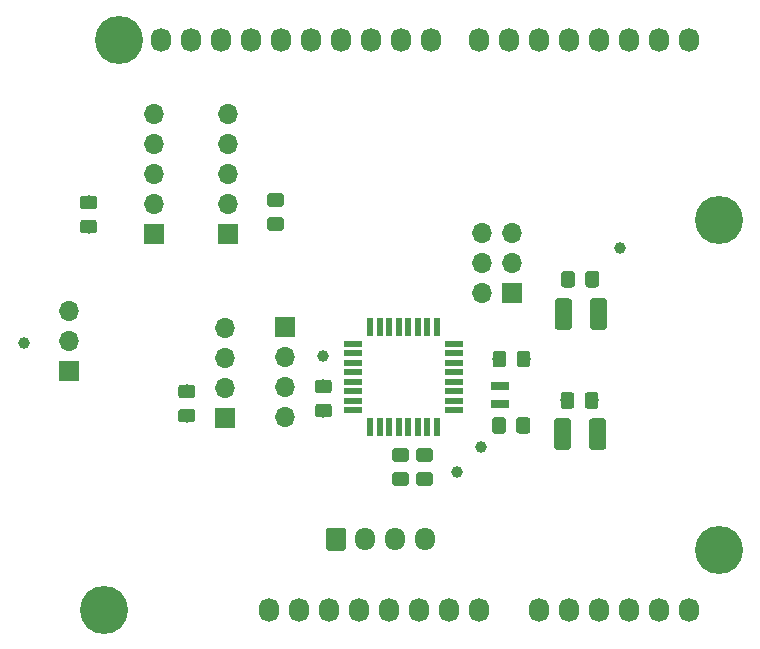
<source format=gbr>
G04 #@! TF.GenerationSoftware,KiCad,Pcbnew,(5.1.4)-1*
G04 #@! TF.CreationDate,2020-03-24T16:39:45-06:00*
G04 #@! TF.ProjectId,Laser_Stripe_Sensor,4c617365-725f-4537-9472-6970655f5365,rev?*
G04 #@! TF.SameCoordinates,Original*
G04 #@! TF.FileFunction,Soldermask,Top*
G04 #@! TF.FilePolarity,Negative*
%FSLAX46Y46*%
G04 Gerber Fmt 4.6, Leading zero omitted, Abs format (unit mm)*
G04 Created by KiCad (PCBNEW (5.1.4)-1) date 2020-03-24 16:39:45*
%MOMM*%
%LPD*%
G04 APERTURE LIST*
%ADD10O,1.700000X1.700000*%
%ADD11R,1.700000X1.700000*%
%ADD12O,1.700000X1.950000*%
%ADD13C,0.100000*%
%ADD14C,1.700000*%
%ADD15C,1.000000*%
%ADD16R,1.500000X0.800000*%
%ADD17R,1.600000X0.550000*%
%ADD18R,0.550000X1.600000*%
%ADD19C,1.150000*%
%ADD20C,1.425000*%
%ADD21C,4.064000*%
%ADD22O,1.727200X2.032000*%
G04 APERTURE END LIST*
D10*
X135229600Y-99974400D03*
X135229600Y-102514400D03*
X135229600Y-105054400D03*
D11*
X135229600Y-107594400D03*
D12*
X152146000Y-117856000D03*
X149646000Y-117856000D03*
X147146000Y-117856000D03*
D13*
G36*
X145270504Y-116882204D02*
G01*
X145294773Y-116885804D01*
X145318571Y-116891765D01*
X145341671Y-116900030D01*
X145363849Y-116910520D01*
X145384893Y-116923133D01*
X145404598Y-116937747D01*
X145422777Y-116954223D01*
X145439253Y-116972402D01*
X145453867Y-116992107D01*
X145466480Y-117013151D01*
X145476970Y-117035329D01*
X145485235Y-117058429D01*
X145491196Y-117082227D01*
X145494796Y-117106496D01*
X145496000Y-117131000D01*
X145496000Y-118581000D01*
X145494796Y-118605504D01*
X145491196Y-118629773D01*
X145485235Y-118653571D01*
X145476970Y-118676671D01*
X145466480Y-118698849D01*
X145453867Y-118719893D01*
X145439253Y-118739598D01*
X145422777Y-118757777D01*
X145404598Y-118774253D01*
X145384893Y-118788867D01*
X145363849Y-118801480D01*
X145341671Y-118811970D01*
X145318571Y-118820235D01*
X145294773Y-118826196D01*
X145270504Y-118829796D01*
X145246000Y-118831000D01*
X144046000Y-118831000D01*
X144021496Y-118829796D01*
X143997227Y-118826196D01*
X143973429Y-118820235D01*
X143950329Y-118811970D01*
X143928151Y-118801480D01*
X143907107Y-118788867D01*
X143887402Y-118774253D01*
X143869223Y-118757777D01*
X143852747Y-118739598D01*
X143838133Y-118719893D01*
X143825520Y-118698849D01*
X143815030Y-118676671D01*
X143806765Y-118653571D01*
X143800804Y-118629773D01*
X143797204Y-118605504D01*
X143796000Y-118581000D01*
X143796000Y-117131000D01*
X143797204Y-117106496D01*
X143800804Y-117082227D01*
X143806765Y-117058429D01*
X143815030Y-117035329D01*
X143825520Y-117013151D01*
X143838133Y-116992107D01*
X143852747Y-116972402D01*
X143869223Y-116954223D01*
X143887402Y-116937747D01*
X143907107Y-116923133D01*
X143928151Y-116910520D01*
X143950329Y-116900030D01*
X143973429Y-116891765D01*
X143997227Y-116885804D01*
X144021496Y-116882204D01*
X144046000Y-116881000D01*
X145246000Y-116881000D01*
X145270504Y-116882204D01*
X145270504Y-116882204D01*
G37*
D14*
X144646000Y-117856000D03*
D15*
X168656000Y-93218000D03*
D16*
X158496000Y-106426000D03*
X158496000Y-104926000D03*
D17*
X146118000Y-106940000D03*
X146118000Y-106140000D03*
X146118000Y-105340000D03*
X146118000Y-104540000D03*
X146118000Y-103740000D03*
X146118000Y-102940000D03*
X146118000Y-102140000D03*
X146118000Y-101340000D03*
D18*
X147568000Y-99890000D03*
X148368000Y-99890000D03*
X149168000Y-99890000D03*
X149968000Y-99890000D03*
X150768000Y-99890000D03*
X151568000Y-99890000D03*
X152368000Y-99890000D03*
X153168000Y-99890000D03*
D17*
X154618000Y-101340000D03*
X154618000Y-102140000D03*
X154618000Y-102940000D03*
X154618000Y-103740000D03*
X154618000Y-104540000D03*
X154618000Y-105340000D03*
X154618000Y-106140000D03*
X154618000Y-106940000D03*
D18*
X153168000Y-108390000D03*
X152368000Y-108390000D03*
X151568000Y-108390000D03*
X150768000Y-108390000D03*
X149968000Y-108390000D03*
X149168000Y-108390000D03*
X148368000Y-108390000D03*
X147568000Y-108390000D03*
D15*
X143586200Y-102336600D03*
X156946600Y-110083600D03*
X154889200Y-112166400D03*
X118237000Y-101244400D03*
D13*
G36*
X124172505Y-90824404D02*
G01*
X124196773Y-90828004D01*
X124220572Y-90833965D01*
X124243671Y-90842230D01*
X124265850Y-90852720D01*
X124286893Y-90865332D01*
X124306599Y-90879947D01*
X124324777Y-90896423D01*
X124341253Y-90914601D01*
X124355868Y-90934307D01*
X124368480Y-90955350D01*
X124378970Y-90977529D01*
X124387235Y-91000628D01*
X124393196Y-91024427D01*
X124396796Y-91048695D01*
X124398000Y-91073199D01*
X124398000Y-91723201D01*
X124396796Y-91747705D01*
X124393196Y-91771973D01*
X124387235Y-91795772D01*
X124378970Y-91818871D01*
X124368480Y-91841050D01*
X124355868Y-91862093D01*
X124341253Y-91881799D01*
X124324777Y-91899977D01*
X124306599Y-91916453D01*
X124286893Y-91931068D01*
X124265850Y-91943680D01*
X124243671Y-91954170D01*
X124220572Y-91962435D01*
X124196773Y-91968396D01*
X124172505Y-91971996D01*
X124148001Y-91973200D01*
X123247999Y-91973200D01*
X123223495Y-91971996D01*
X123199227Y-91968396D01*
X123175428Y-91962435D01*
X123152329Y-91954170D01*
X123130150Y-91943680D01*
X123109107Y-91931068D01*
X123089401Y-91916453D01*
X123071223Y-91899977D01*
X123054747Y-91881799D01*
X123040132Y-91862093D01*
X123027520Y-91841050D01*
X123017030Y-91818871D01*
X123008765Y-91795772D01*
X123002804Y-91771973D01*
X122999204Y-91747705D01*
X122998000Y-91723201D01*
X122998000Y-91073199D01*
X122999204Y-91048695D01*
X123002804Y-91024427D01*
X123008765Y-91000628D01*
X123017030Y-90977529D01*
X123027520Y-90955350D01*
X123040132Y-90934307D01*
X123054747Y-90914601D01*
X123071223Y-90896423D01*
X123089401Y-90879947D01*
X123109107Y-90865332D01*
X123130150Y-90852720D01*
X123152329Y-90842230D01*
X123175428Y-90833965D01*
X123199227Y-90828004D01*
X123223495Y-90824404D01*
X123247999Y-90823200D01*
X124148001Y-90823200D01*
X124172505Y-90824404D01*
X124172505Y-90824404D01*
G37*
D19*
X123698000Y-91398200D03*
D13*
G36*
X124172505Y-88774404D02*
G01*
X124196773Y-88778004D01*
X124220572Y-88783965D01*
X124243671Y-88792230D01*
X124265850Y-88802720D01*
X124286893Y-88815332D01*
X124306599Y-88829947D01*
X124324777Y-88846423D01*
X124341253Y-88864601D01*
X124355868Y-88884307D01*
X124368480Y-88905350D01*
X124378970Y-88927529D01*
X124387235Y-88950628D01*
X124393196Y-88974427D01*
X124396796Y-88998695D01*
X124398000Y-89023199D01*
X124398000Y-89673201D01*
X124396796Y-89697705D01*
X124393196Y-89721973D01*
X124387235Y-89745772D01*
X124378970Y-89768871D01*
X124368480Y-89791050D01*
X124355868Y-89812093D01*
X124341253Y-89831799D01*
X124324777Y-89849977D01*
X124306599Y-89866453D01*
X124286893Y-89881068D01*
X124265850Y-89893680D01*
X124243671Y-89904170D01*
X124220572Y-89912435D01*
X124196773Y-89918396D01*
X124172505Y-89921996D01*
X124148001Y-89923200D01*
X123247999Y-89923200D01*
X123223495Y-89921996D01*
X123199227Y-89918396D01*
X123175428Y-89912435D01*
X123152329Y-89904170D01*
X123130150Y-89893680D01*
X123109107Y-89881068D01*
X123089401Y-89866453D01*
X123071223Y-89849977D01*
X123054747Y-89831799D01*
X123040132Y-89812093D01*
X123027520Y-89791050D01*
X123017030Y-89768871D01*
X123008765Y-89745772D01*
X123002804Y-89721973D01*
X122999204Y-89697705D01*
X122998000Y-89673201D01*
X122998000Y-89023199D01*
X122999204Y-88998695D01*
X123002804Y-88974427D01*
X123008765Y-88950628D01*
X123017030Y-88927529D01*
X123027520Y-88905350D01*
X123040132Y-88884307D01*
X123054747Y-88864601D01*
X123071223Y-88846423D01*
X123089401Y-88829947D01*
X123109107Y-88815332D01*
X123130150Y-88802720D01*
X123152329Y-88792230D01*
X123175428Y-88783965D01*
X123199227Y-88778004D01*
X123223495Y-88774404D01*
X123247999Y-88773200D01*
X124148001Y-88773200D01*
X124172505Y-88774404D01*
X124172505Y-88774404D01*
G37*
D19*
X123698000Y-89348200D03*
D13*
G36*
X139996705Y-90612204D02*
G01*
X140020973Y-90615804D01*
X140044772Y-90621765D01*
X140067871Y-90630030D01*
X140090050Y-90640520D01*
X140111093Y-90653132D01*
X140130799Y-90667747D01*
X140148977Y-90684223D01*
X140165453Y-90702401D01*
X140180068Y-90722107D01*
X140192680Y-90743150D01*
X140203170Y-90765329D01*
X140211435Y-90788428D01*
X140217396Y-90812227D01*
X140220996Y-90836495D01*
X140222200Y-90860999D01*
X140222200Y-91511001D01*
X140220996Y-91535505D01*
X140217396Y-91559773D01*
X140211435Y-91583572D01*
X140203170Y-91606671D01*
X140192680Y-91628850D01*
X140180068Y-91649893D01*
X140165453Y-91669599D01*
X140148977Y-91687777D01*
X140130799Y-91704253D01*
X140111093Y-91718868D01*
X140090050Y-91731480D01*
X140067871Y-91741970D01*
X140044772Y-91750235D01*
X140020973Y-91756196D01*
X139996705Y-91759796D01*
X139972201Y-91761000D01*
X139072199Y-91761000D01*
X139047695Y-91759796D01*
X139023427Y-91756196D01*
X138999628Y-91750235D01*
X138976529Y-91741970D01*
X138954350Y-91731480D01*
X138933307Y-91718868D01*
X138913601Y-91704253D01*
X138895423Y-91687777D01*
X138878947Y-91669599D01*
X138864332Y-91649893D01*
X138851720Y-91628850D01*
X138841230Y-91606671D01*
X138832965Y-91583572D01*
X138827004Y-91559773D01*
X138823404Y-91535505D01*
X138822200Y-91511001D01*
X138822200Y-90860999D01*
X138823404Y-90836495D01*
X138827004Y-90812227D01*
X138832965Y-90788428D01*
X138841230Y-90765329D01*
X138851720Y-90743150D01*
X138864332Y-90722107D01*
X138878947Y-90702401D01*
X138895423Y-90684223D01*
X138913601Y-90667747D01*
X138933307Y-90653132D01*
X138954350Y-90640520D01*
X138976529Y-90630030D01*
X138999628Y-90621765D01*
X139023427Y-90615804D01*
X139047695Y-90612204D01*
X139072199Y-90611000D01*
X139972201Y-90611000D01*
X139996705Y-90612204D01*
X139996705Y-90612204D01*
G37*
D19*
X139522200Y-91186000D03*
D13*
G36*
X139996705Y-88562204D02*
G01*
X140020973Y-88565804D01*
X140044772Y-88571765D01*
X140067871Y-88580030D01*
X140090050Y-88590520D01*
X140111093Y-88603132D01*
X140130799Y-88617747D01*
X140148977Y-88634223D01*
X140165453Y-88652401D01*
X140180068Y-88672107D01*
X140192680Y-88693150D01*
X140203170Y-88715329D01*
X140211435Y-88738428D01*
X140217396Y-88762227D01*
X140220996Y-88786495D01*
X140222200Y-88810999D01*
X140222200Y-89461001D01*
X140220996Y-89485505D01*
X140217396Y-89509773D01*
X140211435Y-89533572D01*
X140203170Y-89556671D01*
X140192680Y-89578850D01*
X140180068Y-89599893D01*
X140165453Y-89619599D01*
X140148977Y-89637777D01*
X140130799Y-89654253D01*
X140111093Y-89668868D01*
X140090050Y-89681480D01*
X140067871Y-89691970D01*
X140044772Y-89700235D01*
X140020973Y-89706196D01*
X139996705Y-89709796D01*
X139972201Y-89711000D01*
X139072199Y-89711000D01*
X139047695Y-89709796D01*
X139023427Y-89706196D01*
X138999628Y-89700235D01*
X138976529Y-89691970D01*
X138954350Y-89681480D01*
X138933307Y-89668868D01*
X138913601Y-89654253D01*
X138895423Y-89637777D01*
X138878947Y-89619599D01*
X138864332Y-89599893D01*
X138851720Y-89578850D01*
X138841230Y-89556671D01*
X138832965Y-89533572D01*
X138827004Y-89509773D01*
X138823404Y-89485505D01*
X138822200Y-89461001D01*
X138822200Y-88810999D01*
X138823404Y-88786495D01*
X138827004Y-88762227D01*
X138832965Y-88738428D01*
X138841230Y-88715329D01*
X138851720Y-88693150D01*
X138864332Y-88672107D01*
X138878947Y-88652401D01*
X138895423Y-88634223D01*
X138913601Y-88617747D01*
X138933307Y-88603132D01*
X138954350Y-88590520D01*
X138976529Y-88580030D01*
X138999628Y-88571765D01*
X139023427Y-88565804D01*
X139047695Y-88562204D01*
X139072199Y-88561000D01*
X139972201Y-88561000D01*
X139996705Y-88562204D01*
X139996705Y-88562204D01*
G37*
D19*
X139522200Y-89136000D03*
D10*
X122047000Y-98577400D03*
X122047000Y-101117400D03*
D11*
X122047000Y-103657400D03*
D10*
X140335000Y-107518200D03*
X140335000Y-104978200D03*
X140335000Y-102438200D03*
D11*
X140335000Y-99898200D03*
D10*
X129260600Y-81838800D03*
X129260600Y-84378800D03*
X129260600Y-86918800D03*
X129260600Y-89458800D03*
D11*
X129260600Y-91998800D03*
D10*
X135483600Y-81864200D03*
X135483600Y-84404200D03*
X135483600Y-86944200D03*
X135483600Y-89484200D03*
D11*
X135483600Y-92024200D03*
D10*
X156972000Y-91948000D03*
X159512000Y-91948000D03*
X156972000Y-94488000D03*
X159512000Y-94488000D03*
X156972000Y-97028000D03*
D11*
X159512000Y-97028000D03*
D13*
G36*
X132478305Y-106835404D02*
G01*
X132502573Y-106839004D01*
X132526372Y-106844965D01*
X132549471Y-106853230D01*
X132571650Y-106863720D01*
X132592693Y-106876332D01*
X132612399Y-106890947D01*
X132630577Y-106907423D01*
X132647053Y-106925601D01*
X132661668Y-106945307D01*
X132674280Y-106966350D01*
X132684770Y-106988529D01*
X132693035Y-107011628D01*
X132698996Y-107035427D01*
X132702596Y-107059695D01*
X132703800Y-107084199D01*
X132703800Y-107734201D01*
X132702596Y-107758705D01*
X132698996Y-107782973D01*
X132693035Y-107806772D01*
X132684770Y-107829871D01*
X132674280Y-107852050D01*
X132661668Y-107873093D01*
X132647053Y-107892799D01*
X132630577Y-107910977D01*
X132612399Y-107927453D01*
X132592693Y-107942068D01*
X132571650Y-107954680D01*
X132549471Y-107965170D01*
X132526372Y-107973435D01*
X132502573Y-107979396D01*
X132478305Y-107982996D01*
X132453801Y-107984200D01*
X131553799Y-107984200D01*
X131529295Y-107982996D01*
X131505027Y-107979396D01*
X131481228Y-107973435D01*
X131458129Y-107965170D01*
X131435950Y-107954680D01*
X131414907Y-107942068D01*
X131395201Y-107927453D01*
X131377023Y-107910977D01*
X131360547Y-107892799D01*
X131345932Y-107873093D01*
X131333320Y-107852050D01*
X131322830Y-107829871D01*
X131314565Y-107806772D01*
X131308604Y-107782973D01*
X131305004Y-107758705D01*
X131303800Y-107734201D01*
X131303800Y-107084199D01*
X131305004Y-107059695D01*
X131308604Y-107035427D01*
X131314565Y-107011628D01*
X131322830Y-106988529D01*
X131333320Y-106966350D01*
X131345932Y-106945307D01*
X131360547Y-106925601D01*
X131377023Y-106907423D01*
X131395201Y-106890947D01*
X131414907Y-106876332D01*
X131435950Y-106863720D01*
X131458129Y-106853230D01*
X131481228Y-106844965D01*
X131505027Y-106839004D01*
X131529295Y-106835404D01*
X131553799Y-106834200D01*
X132453801Y-106834200D01*
X132478305Y-106835404D01*
X132478305Y-106835404D01*
G37*
D19*
X132003800Y-107409200D03*
D13*
G36*
X132478305Y-104785404D02*
G01*
X132502573Y-104789004D01*
X132526372Y-104794965D01*
X132549471Y-104803230D01*
X132571650Y-104813720D01*
X132592693Y-104826332D01*
X132612399Y-104840947D01*
X132630577Y-104857423D01*
X132647053Y-104875601D01*
X132661668Y-104895307D01*
X132674280Y-104916350D01*
X132684770Y-104938529D01*
X132693035Y-104961628D01*
X132698996Y-104985427D01*
X132702596Y-105009695D01*
X132703800Y-105034199D01*
X132703800Y-105684201D01*
X132702596Y-105708705D01*
X132698996Y-105732973D01*
X132693035Y-105756772D01*
X132684770Y-105779871D01*
X132674280Y-105802050D01*
X132661668Y-105823093D01*
X132647053Y-105842799D01*
X132630577Y-105860977D01*
X132612399Y-105877453D01*
X132592693Y-105892068D01*
X132571650Y-105904680D01*
X132549471Y-105915170D01*
X132526372Y-105923435D01*
X132502573Y-105929396D01*
X132478305Y-105932996D01*
X132453801Y-105934200D01*
X131553799Y-105934200D01*
X131529295Y-105932996D01*
X131505027Y-105929396D01*
X131481228Y-105923435D01*
X131458129Y-105915170D01*
X131435950Y-105904680D01*
X131414907Y-105892068D01*
X131395201Y-105877453D01*
X131377023Y-105860977D01*
X131360547Y-105842799D01*
X131345932Y-105823093D01*
X131333320Y-105802050D01*
X131322830Y-105779871D01*
X131314565Y-105756772D01*
X131308604Y-105732973D01*
X131305004Y-105708705D01*
X131303800Y-105684201D01*
X131303800Y-105034199D01*
X131305004Y-105009695D01*
X131308604Y-104985427D01*
X131314565Y-104961628D01*
X131322830Y-104938529D01*
X131333320Y-104916350D01*
X131345932Y-104895307D01*
X131360547Y-104875601D01*
X131377023Y-104857423D01*
X131395201Y-104840947D01*
X131414907Y-104826332D01*
X131435950Y-104813720D01*
X131458129Y-104803230D01*
X131481228Y-104794965D01*
X131505027Y-104789004D01*
X131529295Y-104785404D01*
X131553799Y-104784200D01*
X132453801Y-104784200D01*
X132478305Y-104785404D01*
X132478305Y-104785404D01*
G37*
D19*
X132003800Y-105359200D03*
D13*
G36*
X144060705Y-106403604D02*
G01*
X144084973Y-106407204D01*
X144108772Y-106413165D01*
X144131871Y-106421430D01*
X144154050Y-106431920D01*
X144175093Y-106444532D01*
X144194799Y-106459147D01*
X144212977Y-106475623D01*
X144229453Y-106493801D01*
X144244068Y-106513507D01*
X144256680Y-106534550D01*
X144267170Y-106556729D01*
X144275435Y-106579828D01*
X144281396Y-106603627D01*
X144284996Y-106627895D01*
X144286200Y-106652399D01*
X144286200Y-107302401D01*
X144284996Y-107326905D01*
X144281396Y-107351173D01*
X144275435Y-107374972D01*
X144267170Y-107398071D01*
X144256680Y-107420250D01*
X144244068Y-107441293D01*
X144229453Y-107460999D01*
X144212977Y-107479177D01*
X144194799Y-107495653D01*
X144175093Y-107510268D01*
X144154050Y-107522880D01*
X144131871Y-107533370D01*
X144108772Y-107541635D01*
X144084973Y-107547596D01*
X144060705Y-107551196D01*
X144036201Y-107552400D01*
X143136199Y-107552400D01*
X143111695Y-107551196D01*
X143087427Y-107547596D01*
X143063628Y-107541635D01*
X143040529Y-107533370D01*
X143018350Y-107522880D01*
X142997307Y-107510268D01*
X142977601Y-107495653D01*
X142959423Y-107479177D01*
X142942947Y-107460999D01*
X142928332Y-107441293D01*
X142915720Y-107420250D01*
X142905230Y-107398071D01*
X142896965Y-107374972D01*
X142891004Y-107351173D01*
X142887404Y-107326905D01*
X142886200Y-107302401D01*
X142886200Y-106652399D01*
X142887404Y-106627895D01*
X142891004Y-106603627D01*
X142896965Y-106579828D01*
X142905230Y-106556729D01*
X142915720Y-106534550D01*
X142928332Y-106513507D01*
X142942947Y-106493801D01*
X142959423Y-106475623D01*
X142977601Y-106459147D01*
X142997307Y-106444532D01*
X143018350Y-106431920D01*
X143040529Y-106421430D01*
X143063628Y-106413165D01*
X143087427Y-106407204D01*
X143111695Y-106403604D01*
X143136199Y-106402400D01*
X144036201Y-106402400D01*
X144060705Y-106403604D01*
X144060705Y-106403604D01*
G37*
D19*
X143586200Y-106977400D03*
D13*
G36*
X144060705Y-104353604D02*
G01*
X144084973Y-104357204D01*
X144108772Y-104363165D01*
X144131871Y-104371430D01*
X144154050Y-104381920D01*
X144175093Y-104394532D01*
X144194799Y-104409147D01*
X144212977Y-104425623D01*
X144229453Y-104443801D01*
X144244068Y-104463507D01*
X144256680Y-104484550D01*
X144267170Y-104506729D01*
X144275435Y-104529828D01*
X144281396Y-104553627D01*
X144284996Y-104577895D01*
X144286200Y-104602399D01*
X144286200Y-105252401D01*
X144284996Y-105276905D01*
X144281396Y-105301173D01*
X144275435Y-105324972D01*
X144267170Y-105348071D01*
X144256680Y-105370250D01*
X144244068Y-105391293D01*
X144229453Y-105410999D01*
X144212977Y-105429177D01*
X144194799Y-105445653D01*
X144175093Y-105460268D01*
X144154050Y-105472880D01*
X144131871Y-105483370D01*
X144108772Y-105491635D01*
X144084973Y-105497596D01*
X144060705Y-105501196D01*
X144036201Y-105502400D01*
X143136199Y-105502400D01*
X143111695Y-105501196D01*
X143087427Y-105497596D01*
X143063628Y-105491635D01*
X143040529Y-105483370D01*
X143018350Y-105472880D01*
X142997307Y-105460268D01*
X142977601Y-105445653D01*
X142959423Y-105429177D01*
X142942947Y-105410999D01*
X142928332Y-105391293D01*
X142915720Y-105370250D01*
X142905230Y-105348071D01*
X142896965Y-105324972D01*
X142891004Y-105301173D01*
X142887404Y-105276905D01*
X142886200Y-105252401D01*
X142886200Y-104602399D01*
X142887404Y-104577895D01*
X142891004Y-104553627D01*
X142896965Y-104529828D01*
X142905230Y-104506729D01*
X142915720Y-104484550D01*
X142928332Y-104463507D01*
X142942947Y-104443801D01*
X142959423Y-104425623D01*
X142977601Y-104409147D01*
X142997307Y-104394532D01*
X143018350Y-104381920D01*
X143040529Y-104371430D01*
X143063628Y-104363165D01*
X143087427Y-104357204D01*
X143111695Y-104353604D01*
X143136199Y-104352400D01*
X144036201Y-104352400D01*
X144060705Y-104353604D01*
X144060705Y-104353604D01*
G37*
D19*
X143586200Y-104927400D03*
D13*
G36*
X150588505Y-112202204D02*
G01*
X150612773Y-112205804D01*
X150636572Y-112211765D01*
X150659671Y-112220030D01*
X150681850Y-112230520D01*
X150702893Y-112243132D01*
X150722599Y-112257747D01*
X150740777Y-112274223D01*
X150757253Y-112292401D01*
X150771868Y-112312107D01*
X150784480Y-112333150D01*
X150794970Y-112355329D01*
X150803235Y-112378428D01*
X150809196Y-112402227D01*
X150812796Y-112426495D01*
X150814000Y-112450999D01*
X150814000Y-113101001D01*
X150812796Y-113125505D01*
X150809196Y-113149773D01*
X150803235Y-113173572D01*
X150794970Y-113196671D01*
X150784480Y-113218850D01*
X150771868Y-113239893D01*
X150757253Y-113259599D01*
X150740777Y-113277777D01*
X150722599Y-113294253D01*
X150702893Y-113308868D01*
X150681850Y-113321480D01*
X150659671Y-113331970D01*
X150636572Y-113340235D01*
X150612773Y-113346196D01*
X150588505Y-113349796D01*
X150564001Y-113351000D01*
X149663999Y-113351000D01*
X149639495Y-113349796D01*
X149615227Y-113346196D01*
X149591428Y-113340235D01*
X149568329Y-113331970D01*
X149546150Y-113321480D01*
X149525107Y-113308868D01*
X149505401Y-113294253D01*
X149487223Y-113277777D01*
X149470747Y-113259599D01*
X149456132Y-113239893D01*
X149443520Y-113218850D01*
X149433030Y-113196671D01*
X149424765Y-113173572D01*
X149418804Y-113149773D01*
X149415204Y-113125505D01*
X149414000Y-113101001D01*
X149414000Y-112450999D01*
X149415204Y-112426495D01*
X149418804Y-112402227D01*
X149424765Y-112378428D01*
X149433030Y-112355329D01*
X149443520Y-112333150D01*
X149456132Y-112312107D01*
X149470747Y-112292401D01*
X149487223Y-112274223D01*
X149505401Y-112257747D01*
X149525107Y-112243132D01*
X149546150Y-112230520D01*
X149568329Y-112220030D01*
X149591428Y-112211765D01*
X149615227Y-112205804D01*
X149639495Y-112202204D01*
X149663999Y-112201000D01*
X150564001Y-112201000D01*
X150588505Y-112202204D01*
X150588505Y-112202204D01*
G37*
D19*
X150114000Y-112776000D03*
D13*
G36*
X150588505Y-110152204D02*
G01*
X150612773Y-110155804D01*
X150636572Y-110161765D01*
X150659671Y-110170030D01*
X150681850Y-110180520D01*
X150702893Y-110193132D01*
X150722599Y-110207747D01*
X150740777Y-110224223D01*
X150757253Y-110242401D01*
X150771868Y-110262107D01*
X150784480Y-110283150D01*
X150794970Y-110305329D01*
X150803235Y-110328428D01*
X150809196Y-110352227D01*
X150812796Y-110376495D01*
X150814000Y-110400999D01*
X150814000Y-111051001D01*
X150812796Y-111075505D01*
X150809196Y-111099773D01*
X150803235Y-111123572D01*
X150794970Y-111146671D01*
X150784480Y-111168850D01*
X150771868Y-111189893D01*
X150757253Y-111209599D01*
X150740777Y-111227777D01*
X150722599Y-111244253D01*
X150702893Y-111258868D01*
X150681850Y-111271480D01*
X150659671Y-111281970D01*
X150636572Y-111290235D01*
X150612773Y-111296196D01*
X150588505Y-111299796D01*
X150564001Y-111301000D01*
X149663999Y-111301000D01*
X149639495Y-111299796D01*
X149615227Y-111296196D01*
X149591428Y-111290235D01*
X149568329Y-111281970D01*
X149546150Y-111271480D01*
X149525107Y-111258868D01*
X149505401Y-111244253D01*
X149487223Y-111227777D01*
X149470747Y-111209599D01*
X149456132Y-111189893D01*
X149443520Y-111168850D01*
X149433030Y-111146671D01*
X149424765Y-111123572D01*
X149418804Y-111099773D01*
X149415204Y-111075505D01*
X149414000Y-111051001D01*
X149414000Y-110400999D01*
X149415204Y-110376495D01*
X149418804Y-110352227D01*
X149424765Y-110328428D01*
X149433030Y-110305329D01*
X149443520Y-110283150D01*
X149456132Y-110262107D01*
X149470747Y-110242401D01*
X149487223Y-110224223D01*
X149505401Y-110207747D01*
X149525107Y-110193132D01*
X149546150Y-110180520D01*
X149568329Y-110170030D01*
X149591428Y-110161765D01*
X149615227Y-110155804D01*
X149639495Y-110152204D01*
X149663999Y-110151000D01*
X150564001Y-110151000D01*
X150588505Y-110152204D01*
X150588505Y-110152204D01*
G37*
D19*
X150114000Y-110726000D03*
D13*
G36*
X152620505Y-112202204D02*
G01*
X152644773Y-112205804D01*
X152668572Y-112211765D01*
X152691671Y-112220030D01*
X152713850Y-112230520D01*
X152734893Y-112243132D01*
X152754599Y-112257747D01*
X152772777Y-112274223D01*
X152789253Y-112292401D01*
X152803868Y-112312107D01*
X152816480Y-112333150D01*
X152826970Y-112355329D01*
X152835235Y-112378428D01*
X152841196Y-112402227D01*
X152844796Y-112426495D01*
X152846000Y-112450999D01*
X152846000Y-113101001D01*
X152844796Y-113125505D01*
X152841196Y-113149773D01*
X152835235Y-113173572D01*
X152826970Y-113196671D01*
X152816480Y-113218850D01*
X152803868Y-113239893D01*
X152789253Y-113259599D01*
X152772777Y-113277777D01*
X152754599Y-113294253D01*
X152734893Y-113308868D01*
X152713850Y-113321480D01*
X152691671Y-113331970D01*
X152668572Y-113340235D01*
X152644773Y-113346196D01*
X152620505Y-113349796D01*
X152596001Y-113351000D01*
X151695999Y-113351000D01*
X151671495Y-113349796D01*
X151647227Y-113346196D01*
X151623428Y-113340235D01*
X151600329Y-113331970D01*
X151578150Y-113321480D01*
X151557107Y-113308868D01*
X151537401Y-113294253D01*
X151519223Y-113277777D01*
X151502747Y-113259599D01*
X151488132Y-113239893D01*
X151475520Y-113218850D01*
X151465030Y-113196671D01*
X151456765Y-113173572D01*
X151450804Y-113149773D01*
X151447204Y-113125505D01*
X151446000Y-113101001D01*
X151446000Y-112450999D01*
X151447204Y-112426495D01*
X151450804Y-112402227D01*
X151456765Y-112378428D01*
X151465030Y-112355329D01*
X151475520Y-112333150D01*
X151488132Y-112312107D01*
X151502747Y-112292401D01*
X151519223Y-112274223D01*
X151537401Y-112257747D01*
X151557107Y-112243132D01*
X151578150Y-112230520D01*
X151600329Y-112220030D01*
X151623428Y-112211765D01*
X151647227Y-112205804D01*
X151671495Y-112202204D01*
X151695999Y-112201000D01*
X152596001Y-112201000D01*
X152620505Y-112202204D01*
X152620505Y-112202204D01*
G37*
D19*
X152146000Y-112776000D03*
D13*
G36*
X152620505Y-110152204D02*
G01*
X152644773Y-110155804D01*
X152668572Y-110161765D01*
X152691671Y-110170030D01*
X152713850Y-110180520D01*
X152734893Y-110193132D01*
X152754599Y-110207747D01*
X152772777Y-110224223D01*
X152789253Y-110242401D01*
X152803868Y-110262107D01*
X152816480Y-110283150D01*
X152826970Y-110305329D01*
X152835235Y-110328428D01*
X152841196Y-110352227D01*
X152844796Y-110376495D01*
X152846000Y-110400999D01*
X152846000Y-111051001D01*
X152844796Y-111075505D01*
X152841196Y-111099773D01*
X152835235Y-111123572D01*
X152826970Y-111146671D01*
X152816480Y-111168850D01*
X152803868Y-111189893D01*
X152789253Y-111209599D01*
X152772777Y-111227777D01*
X152754599Y-111244253D01*
X152734893Y-111258868D01*
X152713850Y-111271480D01*
X152691671Y-111281970D01*
X152668572Y-111290235D01*
X152644773Y-111296196D01*
X152620505Y-111299796D01*
X152596001Y-111301000D01*
X151695999Y-111301000D01*
X151671495Y-111299796D01*
X151647227Y-111296196D01*
X151623428Y-111290235D01*
X151600329Y-111281970D01*
X151578150Y-111271480D01*
X151557107Y-111258868D01*
X151537401Y-111244253D01*
X151519223Y-111227777D01*
X151502747Y-111209599D01*
X151488132Y-111189893D01*
X151475520Y-111168850D01*
X151465030Y-111146671D01*
X151456765Y-111123572D01*
X151450804Y-111099773D01*
X151447204Y-111075505D01*
X151446000Y-111051001D01*
X151446000Y-110400999D01*
X151447204Y-110376495D01*
X151450804Y-110352227D01*
X151456765Y-110328428D01*
X151465030Y-110305329D01*
X151475520Y-110283150D01*
X151488132Y-110262107D01*
X151502747Y-110242401D01*
X151519223Y-110224223D01*
X151537401Y-110207747D01*
X151557107Y-110193132D01*
X151578150Y-110180520D01*
X151600329Y-110170030D01*
X151623428Y-110161765D01*
X151647227Y-110155804D01*
X151671495Y-110152204D01*
X151695999Y-110151000D01*
X152596001Y-110151000D01*
X152620505Y-110152204D01*
X152620505Y-110152204D01*
G37*
D19*
X152146000Y-110726000D03*
D13*
G36*
X160852105Y-107530604D02*
G01*
X160876373Y-107534204D01*
X160900172Y-107540165D01*
X160923271Y-107548430D01*
X160945450Y-107558920D01*
X160966493Y-107571532D01*
X160986199Y-107586147D01*
X161004377Y-107602623D01*
X161020853Y-107620801D01*
X161035468Y-107640507D01*
X161048080Y-107661550D01*
X161058570Y-107683729D01*
X161066835Y-107706828D01*
X161072796Y-107730627D01*
X161076396Y-107754895D01*
X161077600Y-107779399D01*
X161077600Y-108679401D01*
X161076396Y-108703905D01*
X161072796Y-108728173D01*
X161066835Y-108751972D01*
X161058570Y-108775071D01*
X161048080Y-108797250D01*
X161035468Y-108818293D01*
X161020853Y-108837999D01*
X161004377Y-108856177D01*
X160986199Y-108872653D01*
X160966493Y-108887268D01*
X160945450Y-108899880D01*
X160923271Y-108910370D01*
X160900172Y-108918635D01*
X160876373Y-108924596D01*
X160852105Y-108928196D01*
X160827601Y-108929400D01*
X160177599Y-108929400D01*
X160153095Y-108928196D01*
X160128827Y-108924596D01*
X160105028Y-108918635D01*
X160081929Y-108910370D01*
X160059750Y-108899880D01*
X160038707Y-108887268D01*
X160019001Y-108872653D01*
X160000823Y-108856177D01*
X159984347Y-108837999D01*
X159969732Y-108818293D01*
X159957120Y-108797250D01*
X159946630Y-108775071D01*
X159938365Y-108751972D01*
X159932404Y-108728173D01*
X159928804Y-108703905D01*
X159927600Y-108679401D01*
X159927600Y-107779399D01*
X159928804Y-107754895D01*
X159932404Y-107730627D01*
X159938365Y-107706828D01*
X159946630Y-107683729D01*
X159957120Y-107661550D01*
X159969732Y-107640507D01*
X159984347Y-107620801D01*
X160000823Y-107602623D01*
X160019001Y-107586147D01*
X160038707Y-107571532D01*
X160059750Y-107558920D01*
X160081929Y-107548430D01*
X160105028Y-107540165D01*
X160128827Y-107534204D01*
X160153095Y-107530604D01*
X160177599Y-107529400D01*
X160827601Y-107529400D01*
X160852105Y-107530604D01*
X160852105Y-107530604D01*
G37*
D19*
X160502600Y-108229400D03*
D13*
G36*
X158802105Y-107530604D02*
G01*
X158826373Y-107534204D01*
X158850172Y-107540165D01*
X158873271Y-107548430D01*
X158895450Y-107558920D01*
X158916493Y-107571532D01*
X158936199Y-107586147D01*
X158954377Y-107602623D01*
X158970853Y-107620801D01*
X158985468Y-107640507D01*
X158998080Y-107661550D01*
X159008570Y-107683729D01*
X159016835Y-107706828D01*
X159022796Y-107730627D01*
X159026396Y-107754895D01*
X159027600Y-107779399D01*
X159027600Y-108679401D01*
X159026396Y-108703905D01*
X159022796Y-108728173D01*
X159016835Y-108751972D01*
X159008570Y-108775071D01*
X158998080Y-108797250D01*
X158985468Y-108818293D01*
X158970853Y-108837999D01*
X158954377Y-108856177D01*
X158936199Y-108872653D01*
X158916493Y-108887268D01*
X158895450Y-108899880D01*
X158873271Y-108910370D01*
X158850172Y-108918635D01*
X158826373Y-108924596D01*
X158802105Y-108928196D01*
X158777601Y-108929400D01*
X158127599Y-108929400D01*
X158103095Y-108928196D01*
X158078827Y-108924596D01*
X158055028Y-108918635D01*
X158031929Y-108910370D01*
X158009750Y-108899880D01*
X157988707Y-108887268D01*
X157969001Y-108872653D01*
X157950823Y-108856177D01*
X157934347Y-108837999D01*
X157919732Y-108818293D01*
X157907120Y-108797250D01*
X157896630Y-108775071D01*
X157888365Y-108751972D01*
X157882404Y-108728173D01*
X157878804Y-108703905D01*
X157877600Y-108679401D01*
X157877600Y-107779399D01*
X157878804Y-107754895D01*
X157882404Y-107730627D01*
X157888365Y-107706828D01*
X157896630Y-107683729D01*
X157907120Y-107661550D01*
X157919732Y-107640507D01*
X157934347Y-107620801D01*
X157950823Y-107602623D01*
X157969001Y-107586147D01*
X157988707Y-107571532D01*
X158009750Y-107558920D01*
X158031929Y-107548430D01*
X158055028Y-107540165D01*
X158078827Y-107534204D01*
X158103095Y-107530604D01*
X158127599Y-107529400D01*
X158777601Y-107529400D01*
X158802105Y-107530604D01*
X158802105Y-107530604D01*
G37*
D19*
X158452600Y-108229400D03*
D13*
G36*
X160877505Y-101917204D02*
G01*
X160901773Y-101920804D01*
X160925572Y-101926765D01*
X160948671Y-101935030D01*
X160970850Y-101945520D01*
X160991893Y-101958132D01*
X161011599Y-101972747D01*
X161029777Y-101989223D01*
X161046253Y-102007401D01*
X161060868Y-102027107D01*
X161073480Y-102048150D01*
X161083970Y-102070329D01*
X161092235Y-102093428D01*
X161098196Y-102117227D01*
X161101796Y-102141495D01*
X161103000Y-102165999D01*
X161103000Y-103066001D01*
X161101796Y-103090505D01*
X161098196Y-103114773D01*
X161092235Y-103138572D01*
X161083970Y-103161671D01*
X161073480Y-103183850D01*
X161060868Y-103204893D01*
X161046253Y-103224599D01*
X161029777Y-103242777D01*
X161011599Y-103259253D01*
X160991893Y-103273868D01*
X160970850Y-103286480D01*
X160948671Y-103296970D01*
X160925572Y-103305235D01*
X160901773Y-103311196D01*
X160877505Y-103314796D01*
X160853001Y-103316000D01*
X160202999Y-103316000D01*
X160178495Y-103314796D01*
X160154227Y-103311196D01*
X160130428Y-103305235D01*
X160107329Y-103296970D01*
X160085150Y-103286480D01*
X160064107Y-103273868D01*
X160044401Y-103259253D01*
X160026223Y-103242777D01*
X160009747Y-103224599D01*
X159995132Y-103204893D01*
X159982520Y-103183850D01*
X159972030Y-103161671D01*
X159963765Y-103138572D01*
X159957804Y-103114773D01*
X159954204Y-103090505D01*
X159953000Y-103066001D01*
X159953000Y-102165999D01*
X159954204Y-102141495D01*
X159957804Y-102117227D01*
X159963765Y-102093428D01*
X159972030Y-102070329D01*
X159982520Y-102048150D01*
X159995132Y-102027107D01*
X160009747Y-102007401D01*
X160026223Y-101989223D01*
X160044401Y-101972747D01*
X160064107Y-101958132D01*
X160085150Y-101945520D01*
X160107329Y-101935030D01*
X160130428Y-101926765D01*
X160154227Y-101920804D01*
X160178495Y-101917204D01*
X160202999Y-101916000D01*
X160853001Y-101916000D01*
X160877505Y-101917204D01*
X160877505Y-101917204D01*
G37*
D19*
X160528000Y-102616000D03*
D13*
G36*
X158827505Y-101917204D02*
G01*
X158851773Y-101920804D01*
X158875572Y-101926765D01*
X158898671Y-101935030D01*
X158920850Y-101945520D01*
X158941893Y-101958132D01*
X158961599Y-101972747D01*
X158979777Y-101989223D01*
X158996253Y-102007401D01*
X159010868Y-102027107D01*
X159023480Y-102048150D01*
X159033970Y-102070329D01*
X159042235Y-102093428D01*
X159048196Y-102117227D01*
X159051796Y-102141495D01*
X159053000Y-102165999D01*
X159053000Y-103066001D01*
X159051796Y-103090505D01*
X159048196Y-103114773D01*
X159042235Y-103138572D01*
X159033970Y-103161671D01*
X159023480Y-103183850D01*
X159010868Y-103204893D01*
X158996253Y-103224599D01*
X158979777Y-103242777D01*
X158961599Y-103259253D01*
X158941893Y-103273868D01*
X158920850Y-103286480D01*
X158898671Y-103296970D01*
X158875572Y-103305235D01*
X158851773Y-103311196D01*
X158827505Y-103314796D01*
X158803001Y-103316000D01*
X158152999Y-103316000D01*
X158128495Y-103314796D01*
X158104227Y-103311196D01*
X158080428Y-103305235D01*
X158057329Y-103296970D01*
X158035150Y-103286480D01*
X158014107Y-103273868D01*
X157994401Y-103259253D01*
X157976223Y-103242777D01*
X157959747Y-103224599D01*
X157945132Y-103204893D01*
X157932520Y-103183850D01*
X157922030Y-103161671D01*
X157913765Y-103138572D01*
X157907804Y-103114773D01*
X157904204Y-103090505D01*
X157903000Y-103066001D01*
X157903000Y-102165999D01*
X157904204Y-102141495D01*
X157907804Y-102117227D01*
X157913765Y-102093428D01*
X157922030Y-102070329D01*
X157932520Y-102048150D01*
X157945132Y-102027107D01*
X157959747Y-102007401D01*
X157976223Y-101989223D01*
X157994401Y-101972747D01*
X158014107Y-101958132D01*
X158035150Y-101945520D01*
X158057329Y-101935030D01*
X158080428Y-101926765D01*
X158104227Y-101920804D01*
X158128495Y-101917204D01*
X158152999Y-101916000D01*
X158803001Y-101916000D01*
X158827505Y-101917204D01*
X158827505Y-101917204D01*
G37*
D19*
X158478000Y-102616000D03*
D13*
G36*
X164390004Y-97482204D02*
G01*
X164414273Y-97485804D01*
X164438071Y-97491765D01*
X164461171Y-97500030D01*
X164483349Y-97510520D01*
X164504393Y-97523133D01*
X164524098Y-97537747D01*
X164542277Y-97554223D01*
X164558753Y-97572402D01*
X164573367Y-97592107D01*
X164585980Y-97613151D01*
X164596470Y-97635329D01*
X164604735Y-97658429D01*
X164610696Y-97682227D01*
X164614296Y-97706496D01*
X164615500Y-97731000D01*
X164615500Y-99881000D01*
X164614296Y-99905504D01*
X164610696Y-99929773D01*
X164604735Y-99953571D01*
X164596470Y-99976671D01*
X164585980Y-99998849D01*
X164573367Y-100019893D01*
X164558753Y-100039598D01*
X164542277Y-100057777D01*
X164524098Y-100074253D01*
X164504393Y-100088867D01*
X164483349Y-100101480D01*
X164461171Y-100111970D01*
X164438071Y-100120235D01*
X164414273Y-100126196D01*
X164390004Y-100129796D01*
X164365500Y-100131000D01*
X163440500Y-100131000D01*
X163415996Y-100129796D01*
X163391727Y-100126196D01*
X163367929Y-100120235D01*
X163344829Y-100111970D01*
X163322651Y-100101480D01*
X163301607Y-100088867D01*
X163281902Y-100074253D01*
X163263723Y-100057777D01*
X163247247Y-100039598D01*
X163232633Y-100019893D01*
X163220020Y-99998849D01*
X163209530Y-99976671D01*
X163201265Y-99953571D01*
X163195304Y-99929773D01*
X163191704Y-99905504D01*
X163190500Y-99881000D01*
X163190500Y-97731000D01*
X163191704Y-97706496D01*
X163195304Y-97682227D01*
X163201265Y-97658429D01*
X163209530Y-97635329D01*
X163220020Y-97613151D01*
X163232633Y-97592107D01*
X163247247Y-97572402D01*
X163263723Y-97554223D01*
X163281902Y-97537747D01*
X163301607Y-97523133D01*
X163322651Y-97510520D01*
X163344829Y-97500030D01*
X163367929Y-97491765D01*
X163391727Y-97485804D01*
X163415996Y-97482204D01*
X163440500Y-97481000D01*
X164365500Y-97481000D01*
X164390004Y-97482204D01*
X164390004Y-97482204D01*
G37*
D20*
X163903000Y-98806000D03*
D13*
G36*
X167365004Y-97482204D02*
G01*
X167389273Y-97485804D01*
X167413071Y-97491765D01*
X167436171Y-97500030D01*
X167458349Y-97510520D01*
X167479393Y-97523133D01*
X167499098Y-97537747D01*
X167517277Y-97554223D01*
X167533753Y-97572402D01*
X167548367Y-97592107D01*
X167560980Y-97613151D01*
X167571470Y-97635329D01*
X167579735Y-97658429D01*
X167585696Y-97682227D01*
X167589296Y-97706496D01*
X167590500Y-97731000D01*
X167590500Y-99881000D01*
X167589296Y-99905504D01*
X167585696Y-99929773D01*
X167579735Y-99953571D01*
X167571470Y-99976671D01*
X167560980Y-99998849D01*
X167548367Y-100019893D01*
X167533753Y-100039598D01*
X167517277Y-100057777D01*
X167499098Y-100074253D01*
X167479393Y-100088867D01*
X167458349Y-100101480D01*
X167436171Y-100111970D01*
X167413071Y-100120235D01*
X167389273Y-100126196D01*
X167365004Y-100129796D01*
X167340500Y-100131000D01*
X166415500Y-100131000D01*
X166390996Y-100129796D01*
X166366727Y-100126196D01*
X166342929Y-100120235D01*
X166319829Y-100111970D01*
X166297651Y-100101480D01*
X166276607Y-100088867D01*
X166256902Y-100074253D01*
X166238723Y-100057777D01*
X166222247Y-100039598D01*
X166207633Y-100019893D01*
X166195020Y-99998849D01*
X166184530Y-99976671D01*
X166176265Y-99953571D01*
X166170304Y-99929773D01*
X166166704Y-99905504D01*
X166165500Y-99881000D01*
X166165500Y-97731000D01*
X166166704Y-97706496D01*
X166170304Y-97682227D01*
X166176265Y-97658429D01*
X166184530Y-97635329D01*
X166195020Y-97613151D01*
X166207633Y-97592107D01*
X166222247Y-97572402D01*
X166238723Y-97554223D01*
X166256902Y-97537747D01*
X166276607Y-97523133D01*
X166297651Y-97510520D01*
X166319829Y-97500030D01*
X166342929Y-97491765D01*
X166366727Y-97485804D01*
X166390996Y-97482204D01*
X166415500Y-97481000D01*
X167340500Y-97481000D01*
X167365004Y-97482204D01*
X167365004Y-97482204D01*
G37*
D20*
X166878000Y-98806000D03*
D13*
G36*
X164317004Y-107642204D02*
G01*
X164341273Y-107645804D01*
X164365071Y-107651765D01*
X164388171Y-107660030D01*
X164410349Y-107670520D01*
X164431393Y-107683133D01*
X164451098Y-107697747D01*
X164469277Y-107714223D01*
X164485753Y-107732402D01*
X164500367Y-107752107D01*
X164512980Y-107773151D01*
X164523470Y-107795329D01*
X164531735Y-107818429D01*
X164537696Y-107842227D01*
X164541296Y-107866496D01*
X164542500Y-107891000D01*
X164542500Y-110041000D01*
X164541296Y-110065504D01*
X164537696Y-110089773D01*
X164531735Y-110113571D01*
X164523470Y-110136671D01*
X164512980Y-110158849D01*
X164500367Y-110179893D01*
X164485753Y-110199598D01*
X164469277Y-110217777D01*
X164451098Y-110234253D01*
X164431393Y-110248867D01*
X164410349Y-110261480D01*
X164388171Y-110271970D01*
X164365071Y-110280235D01*
X164341273Y-110286196D01*
X164317004Y-110289796D01*
X164292500Y-110291000D01*
X163367500Y-110291000D01*
X163342996Y-110289796D01*
X163318727Y-110286196D01*
X163294929Y-110280235D01*
X163271829Y-110271970D01*
X163249651Y-110261480D01*
X163228607Y-110248867D01*
X163208902Y-110234253D01*
X163190723Y-110217777D01*
X163174247Y-110199598D01*
X163159633Y-110179893D01*
X163147020Y-110158849D01*
X163136530Y-110136671D01*
X163128265Y-110113571D01*
X163122304Y-110089773D01*
X163118704Y-110065504D01*
X163117500Y-110041000D01*
X163117500Y-107891000D01*
X163118704Y-107866496D01*
X163122304Y-107842227D01*
X163128265Y-107818429D01*
X163136530Y-107795329D01*
X163147020Y-107773151D01*
X163159633Y-107752107D01*
X163174247Y-107732402D01*
X163190723Y-107714223D01*
X163208902Y-107697747D01*
X163228607Y-107683133D01*
X163249651Y-107670520D01*
X163271829Y-107660030D01*
X163294929Y-107651765D01*
X163318727Y-107645804D01*
X163342996Y-107642204D01*
X163367500Y-107641000D01*
X164292500Y-107641000D01*
X164317004Y-107642204D01*
X164317004Y-107642204D01*
G37*
D20*
X163830000Y-108966000D03*
D13*
G36*
X167292004Y-107642204D02*
G01*
X167316273Y-107645804D01*
X167340071Y-107651765D01*
X167363171Y-107660030D01*
X167385349Y-107670520D01*
X167406393Y-107683133D01*
X167426098Y-107697747D01*
X167444277Y-107714223D01*
X167460753Y-107732402D01*
X167475367Y-107752107D01*
X167487980Y-107773151D01*
X167498470Y-107795329D01*
X167506735Y-107818429D01*
X167512696Y-107842227D01*
X167516296Y-107866496D01*
X167517500Y-107891000D01*
X167517500Y-110041000D01*
X167516296Y-110065504D01*
X167512696Y-110089773D01*
X167506735Y-110113571D01*
X167498470Y-110136671D01*
X167487980Y-110158849D01*
X167475367Y-110179893D01*
X167460753Y-110199598D01*
X167444277Y-110217777D01*
X167426098Y-110234253D01*
X167406393Y-110248867D01*
X167385349Y-110261480D01*
X167363171Y-110271970D01*
X167340071Y-110280235D01*
X167316273Y-110286196D01*
X167292004Y-110289796D01*
X167267500Y-110291000D01*
X166342500Y-110291000D01*
X166317996Y-110289796D01*
X166293727Y-110286196D01*
X166269929Y-110280235D01*
X166246829Y-110271970D01*
X166224651Y-110261480D01*
X166203607Y-110248867D01*
X166183902Y-110234253D01*
X166165723Y-110217777D01*
X166149247Y-110199598D01*
X166134633Y-110179893D01*
X166122020Y-110158849D01*
X166111530Y-110136671D01*
X166103265Y-110113571D01*
X166097304Y-110089773D01*
X166093704Y-110065504D01*
X166092500Y-110041000D01*
X166092500Y-107891000D01*
X166093704Y-107866496D01*
X166097304Y-107842227D01*
X166103265Y-107818429D01*
X166111530Y-107795329D01*
X166122020Y-107773151D01*
X166134633Y-107752107D01*
X166149247Y-107732402D01*
X166165723Y-107714223D01*
X166183902Y-107697747D01*
X166203607Y-107683133D01*
X166224651Y-107670520D01*
X166246829Y-107660030D01*
X166269929Y-107651765D01*
X166293727Y-107645804D01*
X166317996Y-107642204D01*
X166342500Y-107641000D01*
X167267500Y-107641000D01*
X167292004Y-107642204D01*
X167292004Y-107642204D01*
G37*
D20*
X166805000Y-108966000D03*
D13*
G36*
X164644105Y-95160804D02*
G01*
X164668373Y-95164404D01*
X164692172Y-95170365D01*
X164715271Y-95178630D01*
X164737450Y-95189120D01*
X164758493Y-95201732D01*
X164778199Y-95216347D01*
X164796377Y-95232823D01*
X164812853Y-95251001D01*
X164827468Y-95270707D01*
X164840080Y-95291750D01*
X164850570Y-95313929D01*
X164858835Y-95337028D01*
X164864796Y-95360827D01*
X164868396Y-95385095D01*
X164869600Y-95409599D01*
X164869600Y-96309601D01*
X164868396Y-96334105D01*
X164864796Y-96358373D01*
X164858835Y-96382172D01*
X164850570Y-96405271D01*
X164840080Y-96427450D01*
X164827468Y-96448493D01*
X164812853Y-96468199D01*
X164796377Y-96486377D01*
X164778199Y-96502853D01*
X164758493Y-96517468D01*
X164737450Y-96530080D01*
X164715271Y-96540570D01*
X164692172Y-96548835D01*
X164668373Y-96554796D01*
X164644105Y-96558396D01*
X164619601Y-96559600D01*
X163969599Y-96559600D01*
X163945095Y-96558396D01*
X163920827Y-96554796D01*
X163897028Y-96548835D01*
X163873929Y-96540570D01*
X163851750Y-96530080D01*
X163830707Y-96517468D01*
X163811001Y-96502853D01*
X163792823Y-96486377D01*
X163776347Y-96468199D01*
X163761732Y-96448493D01*
X163749120Y-96427450D01*
X163738630Y-96405271D01*
X163730365Y-96382172D01*
X163724404Y-96358373D01*
X163720804Y-96334105D01*
X163719600Y-96309601D01*
X163719600Y-95409599D01*
X163720804Y-95385095D01*
X163724404Y-95360827D01*
X163730365Y-95337028D01*
X163738630Y-95313929D01*
X163749120Y-95291750D01*
X163761732Y-95270707D01*
X163776347Y-95251001D01*
X163792823Y-95232823D01*
X163811001Y-95216347D01*
X163830707Y-95201732D01*
X163851750Y-95189120D01*
X163873929Y-95178630D01*
X163897028Y-95170365D01*
X163920827Y-95164404D01*
X163945095Y-95160804D01*
X163969599Y-95159600D01*
X164619601Y-95159600D01*
X164644105Y-95160804D01*
X164644105Y-95160804D01*
G37*
D19*
X164294600Y-95859600D03*
D13*
G36*
X166694105Y-95160804D02*
G01*
X166718373Y-95164404D01*
X166742172Y-95170365D01*
X166765271Y-95178630D01*
X166787450Y-95189120D01*
X166808493Y-95201732D01*
X166828199Y-95216347D01*
X166846377Y-95232823D01*
X166862853Y-95251001D01*
X166877468Y-95270707D01*
X166890080Y-95291750D01*
X166900570Y-95313929D01*
X166908835Y-95337028D01*
X166914796Y-95360827D01*
X166918396Y-95385095D01*
X166919600Y-95409599D01*
X166919600Y-96309601D01*
X166918396Y-96334105D01*
X166914796Y-96358373D01*
X166908835Y-96382172D01*
X166900570Y-96405271D01*
X166890080Y-96427450D01*
X166877468Y-96448493D01*
X166862853Y-96468199D01*
X166846377Y-96486377D01*
X166828199Y-96502853D01*
X166808493Y-96517468D01*
X166787450Y-96530080D01*
X166765271Y-96540570D01*
X166742172Y-96548835D01*
X166718373Y-96554796D01*
X166694105Y-96558396D01*
X166669601Y-96559600D01*
X166019599Y-96559600D01*
X165995095Y-96558396D01*
X165970827Y-96554796D01*
X165947028Y-96548835D01*
X165923929Y-96540570D01*
X165901750Y-96530080D01*
X165880707Y-96517468D01*
X165861001Y-96502853D01*
X165842823Y-96486377D01*
X165826347Y-96468199D01*
X165811732Y-96448493D01*
X165799120Y-96427450D01*
X165788630Y-96405271D01*
X165780365Y-96382172D01*
X165774404Y-96358373D01*
X165770804Y-96334105D01*
X165769600Y-96309601D01*
X165769600Y-95409599D01*
X165770804Y-95385095D01*
X165774404Y-95360827D01*
X165780365Y-95337028D01*
X165788630Y-95313929D01*
X165799120Y-95291750D01*
X165811732Y-95270707D01*
X165826347Y-95251001D01*
X165842823Y-95232823D01*
X165861001Y-95216347D01*
X165880707Y-95201732D01*
X165901750Y-95189120D01*
X165923929Y-95178630D01*
X165947028Y-95170365D01*
X165970827Y-95164404D01*
X165995095Y-95160804D01*
X166019599Y-95159600D01*
X166669601Y-95159600D01*
X166694105Y-95160804D01*
X166694105Y-95160804D01*
G37*
D19*
X166344600Y-95859600D03*
D13*
G36*
X164593305Y-105422404D02*
G01*
X164617573Y-105426004D01*
X164641372Y-105431965D01*
X164664471Y-105440230D01*
X164686650Y-105450720D01*
X164707693Y-105463332D01*
X164727399Y-105477947D01*
X164745577Y-105494423D01*
X164762053Y-105512601D01*
X164776668Y-105532307D01*
X164789280Y-105553350D01*
X164799770Y-105575529D01*
X164808035Y-105598628D01*
X164813996Y-105622427D01*
X164817596Y-105646695D01*
X164818800Y-105671199D01*
X164818800Y-106571201D01*
X164817596Y-106595705D01*
X164813996Y-106619973D01*
X164808035Y-106643772D01*
X164799770Y-106666871D01*
X164789280Y-106689050D01*
X164776668Y-106710093D01*
X164762053Y-106729799D01*
X164745577Y-106747977D01*
X164727399Y-106764453D01*
X164707693Y-106779068D01*
X164686650Y-106791680D01*
X164664471Y-106802170D01*
X164641372Y-106810435D01*
X164617573Y-106816396D01*
X164593305Y-106819996D01*
X164568801Y-106821200D01*
X163918799Y-106821200D01*
X163894295Y-106819996D01*
X163870027Y-106816396D01*
X163846228Y-106810435D01*
X163823129Y-106802170D01*
X163800950Y-106791680D01*
X163779907Y-106779068D01*
X163760201Y-106764453D01*
X163742023Y-106747977D01*
X163725547Y-106729799D01*
X163710932Y-106710093D01*
X163698320Y-106689050D01*
X163687830Y-106666871D01*
X163679565Y-106643772D01*
X163673604Y-106619973D01*
X163670004Y-106595705D01*
X163668800Y-106571201D01*
X163668800Y-105671199D01*
X163670004Y-105646695D01*
X163673604Y-105622427D01*
X163679565Y-105598628D01*
X163687830Y-105575529D01*
X163698320Y-105553350D01*
X163710932Y-105532307D01*
X163725547Y-105512601D01*
X163742023Y-105494423D01*
X163760201Y-105477947D01*
X163779907Y-105463332D01*
X163800950Y-105450720D01*
X163823129Y-105440230D01*
X163846228Y-105431965D01*
X163870027Y-105426004D01*
X163894295Y-105422404D01*
X163918799Y-105421200D01*
X164568801Y-105421200D01*
X164593305Y-105422404D01*
X164593305Y-105422404D01*
G37*
D19*
X164243800Y-106121200D03*
D13*
G36*
X166643305Y-105422404D02*
G01*
X166667573Y-105426004D01*
X166691372Y-105431965D01*
X166714471Y-105440230D01*
X166736650Y-105450720D01*
X166757693Y-105463332D01*
X166777399Y-105477947D01*
X166795577Y-105494423D01*
X166812053Y-105512601D01*
X166826668Y-105532307D01*
X166839280Y-105553350D01*
X166849770Y-105575529D01*
X166858035Y-105598628D01*
X166863996Y-105622427D01*
X166867596Y-105646695D01*
X166868800Y-105671199D01*
X166868800Y-106571201D01*
X166867596Y-106595705D01*
X166863996Y-106619973D01*
X166858035Y-106643772D01*
X166849770Y-106666871D01*
X166839280Y-106689050D01*
X166826668Y-106710093D01*
X166812053Y-106729799D01*
X166795577Y-106747977D01*
X166777399Y-106764453D01*
X166757693Y-106779068D01*
X166736650Y-106791680D01*
X166714471Y-106802170D01*
X166691372Y-106810435D01*
X166667573Y-106816396D01*
X166643305Y-106819996D01*
X166618801Y-106821200D01*
X165968799Y-106821200D01*
X165944295Y-106819996D01*
X165920027Y-106816396D01*
X165896228Y-106810435D01*
X165873129Y-106802170D01*
X165850950Y-106791680D01*
X165829907Y-106779068D01*
X165810201Y-106764453D01*
X165792023Y-106747977D01*
X165775547Y-106729799D01*
X165760932Y-106710093D01*
X165748320Y-106689050D01*
X165737830Y-106666871D01*
X165729565Y-106643772D01*
X165723604Y-106619973D01*
X165720004Y-106595705D01*
X165718800Y-106571201D01*
X165718800Y-105671199D01*
X165720004Y-105646695D01*
X165723604Y-105622427D01*
X165729565Y-105598628D01*
X165737830Y-105575529D01*
X165748320Y-105553350D01*
X165760932Y-105532307D01*
X165775547Y-105512601D01*
X165792023Y-105494423D01*
X165810201Y-105477947D01*
X165829907Y-105463332D01*
X165850950Y-105450720D01*
X165873129Y-105440230D01*
X165896228Y-105431965D01*
X165920027Y-105426004D01*
X165944295Y-105422404D01*
X165968799Y-105421200D01*
X166618801Y-105421200D01*
X166643305Y-105422404D01*
X166643305Y-105422404D01*
G37*
D19*
X166293800Y-106121200D03*
D21*
X124968000Y-123825000D03*
X177038000Y-118745000D03*
X126238000Y-75565000D03*
X177038000Y-90805000D03*
D22*
X138938000Y-123825000D03*
X141478000Y-123825000D03*
X144018000Y-123825000D03*
X146558000Y-123825000D03*
X149098000Y-123825000D03*
X151638000Y-123825000D03*
X154178000Y-123825000D03*
X156718000Y-123825000D03*
X161798000Y-123825000D03*
X164338000Y-123825000D03*
X166878000Y-123825000D03*
X169418000Y-123825000D03*
X171958000Y-123825000D03*
X174498000Y-123825000D03*
X129794000Y-75565000D03*
X132334000Y-75565000D03*
X134874000Y-75565000D03*
X137414000Y-75565000D03*
X139954000Y-75565000D03*
X142494000Y-75565000D03*
X145034000Y-75565000D03*
X147574000Y-75565000D03*
X150114000Y-75565000D03*
X152654000Y-75565000D03*
X156718000Y-75565000D03*
X159258000Y-75565000D03*
X161798000Y-75565000D03*
X164338000Y-75565000D03*
X166878000Y-75565000D03*
X169418000Y-75565000D03*
X171958000Y-75565000D03*
X174498000Y-75565000D03*
M02*

</source>
